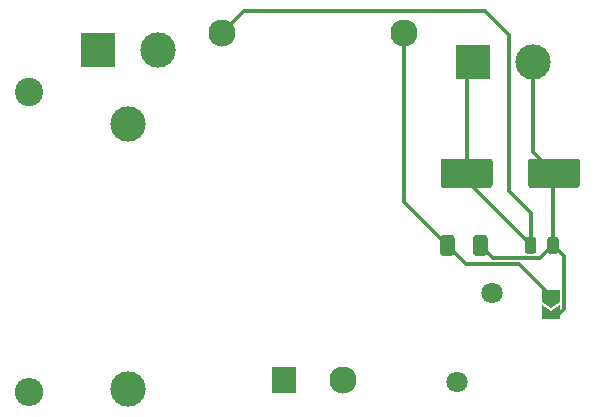
<source format=gtl>
G04 #@! TF.GenerationSoftware,KiCad,Pcbnew,5.1.12-84ad8e8a86~92~ubuntu20.04.1*
G04 #@! TF.CreationDate,2022-01-09T16:30:32+01:00*
G04 #@! TF.ProjectId,hlk-pm-pcb,686c6b2d-706d-42d7-9063-622e6b696361,1.0*
G04 #@! TF.SameCoordinates,Original*
G04 #@! TF.FileFunction,Copper,L1,Top*
G04 #@! TF.FilePolarity,Positive*
%FSLAX46Y46*%
G04 Gerber Fmt 4.6, Leading zero omitted, Abs format (unit mm)*
G04 Created by KiCad (PCBNEW 5.1.12-84ad8e8a86~92~ubuntu20.04.1) date 2022-01-09 16:30:32*
%MOMM*%
%LPD*%
G01*
G04 APERTURE LIST*
G04 #@! TA.AperFunction,SMDPad,CuDef*
%ADD10C,0.150000*%
G04 #@! TD*
G04 #@! TA.AperFunction,ComponentPad*
%ADD11O,2.400000X2.400000*%
G04 #@! TD*
G04 #@! TA.AperFunction,ComponentPad*
%ADD12C,2.400000*%
G04 #@! TD*
G04 #@! TA.AperFunction,ComponentPad*
%ADD13C,1.800000*%
G04 #@! TD*
G04 #@! TA.AperFunction,ComponentPad*
%ADD14C,2.300000*%
G04 #@! TD*
G04 #@! TA.AperFunction,ComponentPad*
%ADD15R,2.000000X2.300000*%
G04 #@! TD*
G04 #@! TA.AperFunction,ComponentPad*
%ADD16C,3.000000*%
G04 #@! TD*
G04 #@! TA.AperFunction,ComponentPad*
%ADD17R,3.000000X3.000000*%
G04 #@! TD*
G04 #@! TA.AperFunction,Conductor*
%ADD18C,0.300000*%
G04 #@! TD*
G04 APERTURE END LIST*
G04 #@! TA.AperFunction,SMDPad,CuDef*
D10*
G36*
X133604000Y-80449000D02*
G01*
X132854000Y-79949000D01*
X132854000Y-78949000D01*
X134354000Y-78949000D01*
X134354000Y-79949000D01*
X133604000Y-80449000D01*
G37*
G04 #@! TD.AperFunction*
G04 #@! TA.AperFunction,SMDPad,CuDef*
G36*
X132854000Y-81399000D02*
G01*
X132854000Y-80249000D01*
X133604000Y-80749000D01*
X134354000Y-80249000D01*
X134354000Y-81399000D01*
X132854000Y-81399000D01*
G37*
G04 #@! TD.AperFunction*
G04 #@! TA.AperFunction,SMDPad,CuDef*
G36*
G01*
X125463000Y-74559000D02*
X125463000Y-75809000D01*
G75*
G02*
X125213000Y-76059000I-250000J0D01*
G01*
X124463000Y-76059000D01*
G75*
G02*
X124213000Y-75809000I0J250000D01*
G01*
X124213000Y-74559000D01*
G75*
G02*
X124463000Y-74309000I250000J0D01*
G01*
X125213000Y-74309000D01*
G75*
G02*
X125463000Y-74559000I0J-250000D01*
G01*
G37*
G04 #@! TD.AperFunction*
G04 #@! TA.AperFunction,SMDPad,CuDef*
G36*
G01*
X128263000Y-74559000D02*
X128263000Y-75809000D01*
G75*
G02*
X128013000Y-76059000I-250000J0D01*
G01*
X127263000Y-76059000D01*
G75*
G02*
X127013000Y-75809000I0J250000D01*
G01*
X127013000Y-74559000D01*
G75*
G02*
X127263000Y-74309000I250000J0D01*
G01*
X128013000Y-74309000D01*
G75*
G02*
X128263000Y-74559000I0J-250000D01*
G01*
G37*
G04 #@! TD.AperFunction*
D11*
X89408000Y-87630000D03*
D12*
X89408000Y-62230000D03*
D13*
X125651000Y-86748000D03*
X128651000Y-79248000D03*
D14*
X121198000Y-57214000D03*
X115998000Y-86614000D03*
D15*
X110998000Y-86614000D03*
D14*
X105798000Y-57214000D03*
D16*
X132080000Y-59690000D03*
D17*
X127000000Y-59690000D03*
D16*
X100330000Y-58674000D03*
D17*
X95250000Y-58674000D03*
D16*
X97790000Y-64876000D03*
X97790000Y-87376000D03*
G04 #@! TA.AperFunction,SMDPad,CuDef*
G36*
G01*
X128675000Y-68088000D02*
X128675000Y-70088000D01*
G75*
G02*
X128425000Y-70338000I-250000J0D01*
G01*
X124525000Y-70338000D01*
G75*
G02*
X124275000Y-70088000I0J250000D01*
G01*
X124275000Y-68088000D01*
G75*
G02*
X124525000Y-67838000I250000J0D01*
G01*
X128425000Y-67838000D01*
G75*
G02*
X128675000Y-68088000I0J-250000D01*
G01*
G37*
G04 #@! TD.AperFunction*
G04 #@! TA.AperFunction,SMDPad,CuDef*
G36*
G01*
X136075000Y-68088000D02*
X136075000Y-70088000D01*
G75*
G02*
X135825000Y-70338000I-250000J0D01*
G01*
X131925000Y-70338000D01*
G75*
G02*
X131675000Y-70088000I0J250000D01*
G01*
X131675000Y-68088000D01*
G75*
G02*
X131925000Y-67838000I250000J0D01*
G01*
X135825000Y-67838000D01*
G75*
G02*
X136075000Y-68088000I0J-250000D01*
G01*
G37*
G04 #@! TD.AperFunction*
G04 #@! TA.AperFunction,SMDPad,CuDef*
G36*
G01*
X132392000Y-74709000D02*
X132392000Y-75659000D01*
G75*
G02*
X132142000Y-75909000I-250000J0D01*
G01*
X131642000Y-75909000D01*
G75*
G02*
X131392000Y-75659000I0J250000D01*
G01*
X131392000Y-74709000D01*
G75*
G02*
X131642000Y-74459000I250000J0D01*
G01*
X132142000Y-74459000D01*
G75*
G02*
X132392000Y-74709000I0J-250000D01*
G01*
G37*
G04 #@! TD.AperFunction*
G04 #@! TA.AperFunction,SMDPad,CuDef*
G36*
G01*
X134292000Y-74709000D02*
X134292000Y-75659000D01*
G75*
G02*
X134042000Y-75909000I-250000J0D01*
G01*
X133542000Y-75909000D01*
G75*
G02*
X133292000Y-75659000I0J250000D01*
G01*
X133292000Y-74709000D01*
G75*
G02*
X133542000Y-74459000I250000J0D01*
G01*
X134042000Y-74459000D01*
G75*
G02*
X134292000Y-74709000I0J-250000D01*
G01*
G37*
G04 #@! TD.AperFunction*
D18*
X126431000Y-69132000D02*
X126475000Y-69088000D01*
X126475000Y-69767000D02*
X126475000Y-69088000D01*
X131892000Y-75184000D02*
X126475000Y-69767000D01*
X126475000Y-60215000D02*
X127000000Y-59690000D01*
X126475000Y-69088000D02*
X126475000Y-60215000D01*
X128016000Y-55372000D02*
X107640000Y-55372000D01*
X107640000Y-55372000D02*
X105798000Y-57214000D01*
X130048000Y-57404000D02*
X128016000Y-55372000D01*
X130048000Y-70612000D02*
X130048000Y-57404000D01*
X131892000Y-72456000D02*
X130048000Y-70612000D01*
X131892000Y-75184000D02*
X131892000Y-72456000D01*
X133480000Y-69483000D02*
X133875000Y-69088000D01*
X132080000Y-69088000D02*
X133875000Y-69088000D01*
X133792000Y-69171000D02*
X133875000Y-69088000D01*
X133792000Y-75184000D02*
X133792000Y-69171000D01*
X132716990Y-76259010D02*
X133792000Y-75184000D01*
X128713010Y-76259010D02*
X132716990Y-76259010D01*
X127638000Y-75184000D02*
X128713010Y-76259010D01*
X134704010Y-76096010D02*
X133792000Y-75184000D01*
X134704010Y-80548990D02*
X134704010Y-76096010D01*
X134354000Y-80899000D02*
X134704010Y-80548990D01*
X133604000Y-80899000D02*
X134354000Y-80899000D01*
X132080000Y-67293000D02*
X133875000Y-69088000D01*
X132080000Y-59690000D02*
X132080000Y-67293000D01*
X121198000Y-71544000D02*
X121198000Y-57214000D01*
X124838000Y-75184000D02*
X121198000Y-71544000D01*
X133159008Y-79449000D02*
X133604000Y-79449000D01*
X130914018Y-76759018D02*
X133604000Y-79449000D01*
X126413018Y-76759018D02*
X130914018Y-76759018D01*
X124838000Y-75184000D02*
X126413018Y-76759018D01*
M02*

</source>
